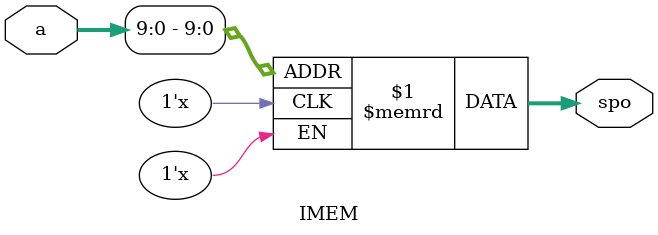
<source format=v>
module IMEM (
    input wire[31:0] a,

    output wire[31:0] spo
);

    reg[31:0] inst_array[0:1023];

    assign spo = inst_array[a[9:0]];
    
endmodule
</source>
